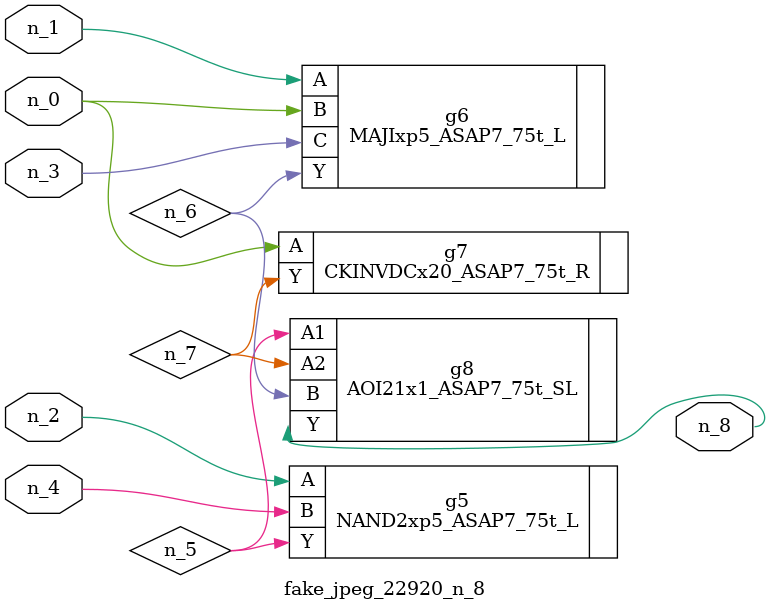
<source format=v>
module fake_jpeg_22920_n_8 (n_3, n_2, n_1, n_0, n_4, n_8);

input n_3;
input n_2;
input n_1;
input n_0;
input n_4;

output n_8;

wire n_6;
wire n_5;
wire n_7;

NAND2xp5_ASAP7_75t_L g5 ( 
.A(n_2),
.B(n_4),
.Y(n_5)
);

MAJIxp5_ASAP7_75t_L g6 ( 
.A(n_1),
.B(n_0),
.C(n_3),
.Y(n_6)
);

CKINVDCx20_ASAP7_75t_R g7 ( 
.A(n_0),
.Y(n_7)
);

AOI21x1_ASAP7_75t_SL g8 ( 
.A1(n_5),
.A2(n_7),
.B(n_6),
.Y(n_8)
);


endmodule
</source>
